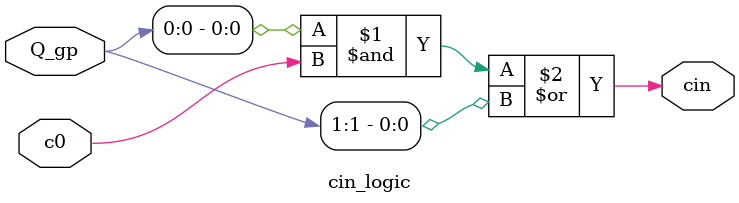
<source format=v>
module cin_logic(Q_gp,c0,cin);
    input   [1:0]   Q_gp;
    input           c0;
    output          cin;

    assign cin = (Q_gp[0] & c0) | Q_gp[1];

endmodule
</source>
